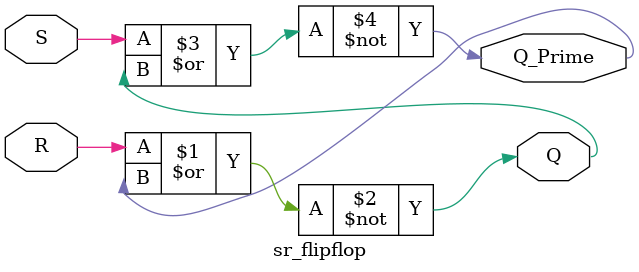
<source format=v>
`timescale 1ns / 1ps
module sr_flipflop(
    input S,
	 input R,
	 output Q,
	 output Q_Prime
    );
	 nor(Q, R, Q_Prime);
	 nor(Q_Prime, S, Q);


endmodule

</source>
